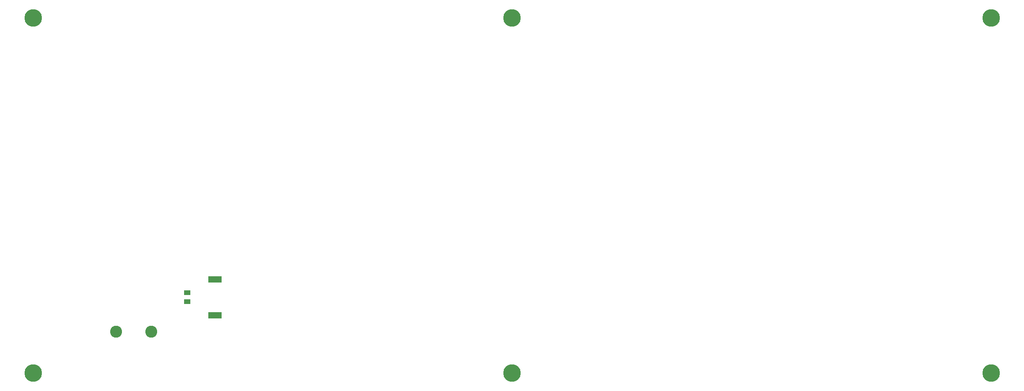
<source format=gbs>
%TF.GenerationSoftware,KiCad,Pcbnew,8.0.8*%
%TF.CreationDate,2025-03-15T17:30:35-07:00*%
%TF.ProjectId,Coil_Panel_XY,436f696c-5f50-4616-9e65-6c5f58592e6b,2.1*%
%TF.SameCoordinates,Original*%
%TF.FileFunction,Soldermask,Bot*%
%TF.FilePolarity,Negative*%
%FSLAX46Y46*%
G04 Gerber Fmt 4.6, Leading zero omitted, Abs format (unit mm)*
G04 Created by KiCad (PCBNEW 8.0.8) date 2025-03-15 17:30:35*
%MOMM*%
%LPD*%
G01*
G04 APERTURE LIST*
%ADD10C,2.600000*%
%ADD11C,3.800000*%
%ADD12R,1.450000X1.100000*%
%ADD13R,2.899999X1.350000*%
G04 APERTURE END LIST*
D10*
X52371631Y-50586000D03*
D11*
X52371631Y-50586000D03*
D10*
X70348000Y-118626000D03*
X77968000Y-118626000D03*
X156121631Y-50586000D03*
D11*
X156121631Y-50586000D03*
D10*
X259871631Y-127586000D03*
D11*
X259871631Y-127586000D03*
D10*
X156121631Y-127586000D03*
D11*
X156121631Y-127586000D03*
D10*
X52371631Y-127586000D03*
D11*
X52371631Y-127586000D03*
D10*
X259871631Y-50586000D03*
D11*
X259871631Y-50586000D03*
D12*
X85754001Y-110145501D03*
X85754001Y-112145502D03*
D13*
X91729000Y-107250503D03*
X91729000Y-115040498D03*
M02*

</source>
